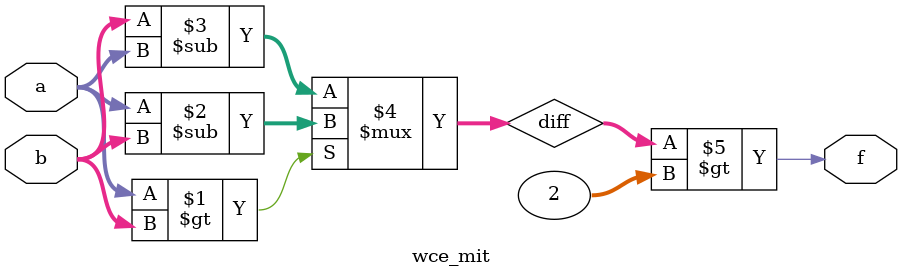
<source format=v>
module wce_mit(a, b, f);
parameter _bit = 8;
parameter wce = 2;
input [_bit - 1: 0] a;
input [_bit - 1: 0] b;
output f;
wire [_bit - 1: 0] diff;
assign diff = (a > b)? (a - b): (b - a);
assign f = (diff > wce);
endmodule

</source>
